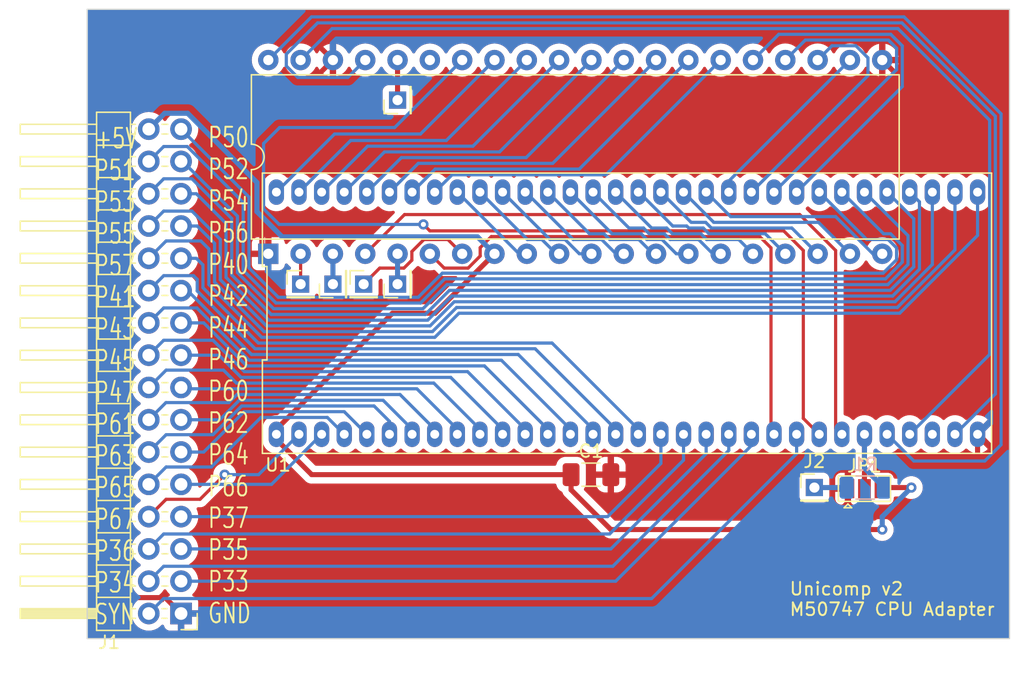
<source format=kicad_pcb>
(kicad_pcb (version 20240108) (generator "pcbnew") (generator_version "8.0")
  (layers (0 "F.Cu" signal) (31 "B.Cu" signal) (34 "B.Paste" user) (35 "F.Paste" user) (36 "B.SilkS" user "B.Silkscreen") (37 "F.SilkS" user "F.Silkscreen") (38 "B.Mask" user) (39 "F.Mask" user) (44 "Edge.Cuts" user))
  (net 0 "")
  (net 1 "+5V")
  (net 2 "GND")
  (net 3 "/P50")
  (net 4 "/P47")
  (net 5 "/P46")
  (net 6 "/~{NMI}")
  (net 7 "/~{IRQ1}")
  (net 8 "/~{RST}")
  (net 9 "/P45")
  (net 10 "/P44")
  (net 11 "/A15")
  (net 12 "/A14")
  (net 13 "/A13")
  (net 14 "/A12")
  (net 15 "/A11")
  (net 16 "/A10")
  (net 17 "/A9")
  (net 18 "/A8")
  (net 19 "/D7")
  (net 20 "/D6")
  (net 21 "/D5")
  (net 22 "/D4")
  (net 23 "/D3")
  (net 24 "/D2")
  (net 25 "/D1")
  (net 26 "/D0")
  (net 27 "/R{slash}~{W}")
  (net 28 "Net-(J6-Pin_1)")
  (net 29 "/A0")
  (net 30 "/A1")
  (net 31 "/A2")
  (net 32 "/A3")
  (net 33 "/A4")
  (net 34 "/A5")
  (net 35 "/A6")
  (net 36 "/A7")
  (net 37 "/PHI2")
  (net 38 "/CPUCLK")
  (net 39 "+5C")
  (net 40 "/P43")
  (net 41 "/P42")
  (net 42 "/P41")
  (net 43 "Net-(J3-Pin_1)")
  (net 44 "Net-(J4-Pin_1)")
  (net 45 "/~{HALT}")
  (net 46 "/BA")
  (net 47 "/P40")
  (net 48 "/P51")
  (net 49 "/P52")
  (net 50 "/P53")
  (net 51 "/P54")
  (net 52 "/P55")
  (net 53 "/P56")
  (net 54 "/P57")
  (net 55 "/P60")
  (net 56 "/P61")
  (net 57 "/P62")
  (net 58 "/P63")
  (net 59 "/P64")
  (net 60 "/P65")
  (net 61 "/P66")
  (net 62 "/P67")
  (net 63 "/SYNC")
  (net 65 "/P37")
  (net 66 "/P36")
  (net 67 "/P35")
  (net 68 "/P34")
  (net 69 "/P33")
  (net 70 "Net-(J2-Pin_1)")
  (net 71 "Net-(JP1-C)")
  (footprint "Capacitor_SMD:C_1206_3216Metric_Pad1.33x1.80mm_HandSolder" (layer "F.Cu") (at 199.0975 70.104)
    (property "Reference" "C1")
    (property "Value" "100n" (hide yes))
  )
  (footprint "Connector_PinHeader_2.00mm:PinHeader_1x01_P2.00mm_Vertical" (layer "F.Cu") (at 183.896 40.64 90)
    (property "Reference" "J4" (hide yes))
    (property "Value" ".")
  )
  (footprint "Package_DIP:DIP-40_W15.24mm" (layer "F.Cu") (at 173.736 52.7304 90)
    (property "Reference" "U3" (hide yes))
    (property "Value" "MC6802")
  )
  (footprint "Connector_PinHeader_2.54mm:PinHeader_2x16_P2.54mm_Horizontal" (layer "F.Cu") (at 166.878 81.026 180)
    (property "Reference" "J1")
    (property "Value" "Conn_02x16_Odd_Even")
  )
  (footprint "Connector_PinHeader_2.00mm:PinHeader_1x01_P2.00mm_Vertical" (layer "F.Cu") (at 181.229 55.118)
    (property "Reference" "J7" (hide yes))
    (property "Value" ".")
  )
  (footprint "Connector_PinHeader_2.00mm:PinHeader_1x01_P2.00mm_Vertical" (layer "F.Cu") (at 183.896 55.118 90)
    (property "Reference" "J6" (hide yes))
    (property "Value" ".")
  )
  (footprint "Jumper:SolderJumper-3_P1.3mm_Open_Pad1.0x1.5mm" (layer "F.Cu") (at 220.596523 71.206921)
    (property "Reference" "JP1")
    (property "Value" "Mode")
  )
  (footprint "my_own_conn:DIP-64_P1.778_W19.05" (layer "F.Cu") (at 201.93 57.404)
    (property "Reference" "U1")
    (property "Value" "M50747SDIP")
  )
  (footprint "Connector_PinHeader_2.00mm:PinHeader_1x01_P2.00mm_Vertical" (layer "F.Cu") (at 216.662 71.12)
    (property "Reference" "J2")
    (property "Value" ".")
  )
  (footprint "Connector_PinHeader_2.00mm:PinHeader_1x01_P2.00mm_Vertical" (layer "F.Cu") (at 176.276 55.118)
    (property "Reference" "J8" (hide yes))
    (property "Value" ".")
  )
  (footprint "Connector_PinHeader_2.00mm:PinHeader_1x01_P2.00mm_Vertical" (layer "F.Cu") (at 178.816 55.118 90)
    (property "Reference" "J3" (hide yes))
    (property "Value" ".")
  )
  (footprint "Resistor_SMD:R_1206_3216Metric" (layer "B.Cu") (at 220.6645 71.12 180)
    (property "Reference" "R1")
    (property "Value" "1k")
  )
  (gr_rect (start 159.5 33.5) (end 232 83) (stroke (width 0.1)) (fill none) (layer "Edge.Cuts"))
  (gr_text "+5V\nP51\nP53\nP55\nP57\nP41\nP43\nP45\nP47\nP61\nP63\nP65\nP67\nP36\nP34\nSYN" (at 160 82 0) (layer "F.SilkS") (effects (font (size 1.55 1.1)) (justify left bottom)))
  (gr_text "Unicomp v2\nM50747 CPU Adapter" (at 214.63 81.28 0) (layer "F.SilkS") (effects (font (size 1 1)) (justify left bottom)))
  (gr_text "P50\nP52\nP54\nP56\nP40\nP42\nP44\nP46\nP60\nP62\nP64\nP66\nP37\nP35\nP33\nGND\n" (at 168.91 81.915 0) (layer "F.SilkS") (effects (font (size 1.55 1.1)) (justify left bottom)))
  (segment (start 197.535 70.104) (end 177.146 70.104) (width 0.4) (layer "F.Cu") (net 1))
  (segment (start 183.496 57.404) (end 186.8424 57.404) (width 0.4) (layer "F.Cu") (net 1))
  (segment (start 197.535 71.297) (end 200.66 74.422) (width 0.4) (layer "F.Cu") (net 1))
  (segment (start 174.371 66.929) (end 174.371 66.529) (width 0.4) (layer "F.Cu") (net 1))
  (segment (start 174.371 66.529) (end 183.496 57.404) (width 0.4) (layer "F.Cu") (net 1))
  (segment (start 186.8424 57.404) (end 191.516 52.7304) (width 0.4) (layer "F.Cu") (net 1))
  (segment (start 224.282 71.12) (end 221.983444 71.12) (width 0.4) (layer "F.Cu") (net 1))
  (segment (start 174.371 67.329) (end 174.371 66.929) (width 0.4) (layer "F.Cu") (net 1))
  (segment (start 200.66 74.422) (end 221.996 74.422) (width 0.4) (layer "F.Cu") (net 1))
  (segment (start 197.535 70.104) (end 197.535 71.297) (width 0.4) (layer "F.Cu") (net 1))
  (segment (start 177.146 70.104) (end 174.371 67.329) (width 0.4) (layer "F.Cu") (net 1))
  (segment (start 221.983444 71.12) (end 221.896523 71.206921) (width 0.4) (layer "F.Cu") (net 1))
  (via (at 221.996 74.422) (size 0.8) (drill 0.4) (layers "F.Cu" "B.Cu") (net 1))
  (via (at 224.282 71.12) (size 0.8) (drill 0.4) (layers "F.Cu" "B.Cu") (net 1))
  (segment (start 190.1816 51.396) (end 191.516 52.7304) (width 0.4) (layer "B.Cu") (net 1))
  (segment (start 164.338 42.926) (end 165.588 41.676) (width 0.4) (layer "B.Cu") (net 1))
  (segment (start 167.395767 41.676) (end 172.839 47.119233) (width 0.4) (layer "B.Cu") (net 1))
  (segment (start 172.839 47.119233) (end 172.839 49.411746) (width 0.4) (layer "B.Cu") (net 1))
  (segment (start 172.839 49.411746) (end 174.823254 51.396) (width 0.4) (layer "B.Cu") (net 1))
  (segment (start 221.996 74.422) (end 221.996 73.406) (width 0.4) (layer "B.Cu") (net 1))
  (segment (start 221.996 73.406) (end 224.282 71.12) (width 0.4) (layer "B.Cu") (net 1))
  (segment (start 174.823254 51.396) (end 190.1816 51.396) (width 0.4) (layer "B.Cu") (net 1))
  (segment (start 165.588 41.676) (end 167.395767 41.676) (width 0.4) (layer "B.Cu") (net 1))
  (segment (start 200.66 71.882) (end 200.66 70.104) (width 0.4) (layer "F.Cu") (net 2))
  (segment (start 219.296523 71.206921) (end 219.296523 72.295477) (width 0.4) (layer "F.Cu") (net 2))
  (segment (start 219.296523 72.295477) (end 218.186 73.406) (width 0.4) (layer "F.Cu") (net 2))
  (segment (start 229.489 66.929) (end 229.997 66.421) (width 0.4) (layer "F.Cu") (net 2))
  (segment (start 226.568 73.406) (end 220.345602 73.406) (width 0.4) (layer "F.Cu") (net 2))
  (segment (start 229.489 70.485) (end 226.568 73.406) (width 0.4) (layer "F.Cu") (net 2))
  (segment (start 165.628 79.776) (end 166.878 81.026) (width 0.4) (layer "F.Cu") (net 2))
  (segment (start 202.184 73.406) (end 200.66 71.882) (width 0.4) (layer "F.Cu") (net 2))
  (segment (start 220.345602 73.406) (end 219.296523 72.356921) (width 0.4) (layer "F.Cu") (net 2))
  (segment (start 231.14 65.278) (end 231.14 46.6344) (width 0.4) (layer "F.Cu") (net 2))
  (segment (start 218.186 73.406) (end 202.184 73.406) (width 0.4) (layer "F.Cu") (net 2))
  (segment (start 160.528 42.799) (end 167.513 35.814) (width 0.4) (layer "F.Cu") (net 2))
  (segment (start 178.816 37.4904) (end 173.228 43.0784) (width 0.4) (layer "F.Cu") (net 2))
  (segment (start 229.489 66.929) (end 229.489 70.485) (width 0.4) (layer "F.Cu") (net 2))
  (segment (start 229.997 66.421) (end 229.997 66.457214) (width 0.4) (layer "F.Cu") (net 2))
  (segment (start 161.183 79.776) (end 165.628 79.776) (width 0.4) (layer "F.Cu") (net 2))
  (segment (start 173.228 52.0384) (end 173.136 52.1304) (width 0.4) (layer "F.Cu") (net 2))
  (segment (start 219.296523 72.356921) (end 219.296523 71.206921) (width 0.4) (layer "F.Cu") (net 2))
  (segment (start 231.14 46.6344) (end 221.996 37.4904) (width 0.4) (layer "F.Cu") (net 2))
  (segment (start 160.528 79.121) (end 161.183 79.776) (width 0.4) (layer "F.Cu") (net 2))
  (segment (start 167.513 35.814) (end 177.1396 35.814) (width 0.4) (layer "F.Cu") (net 2))
  (segment (start 160.528 79.121) (end 160.528 42.799) (width 0.4) (layer "F.Cu") (net 2))
  (segment (start 229.997 66.421) (end 231.14 65.278) (width 0.4) (layer "F.Cu") (net 2))
  (segment (start 173.228 43.0784) (end 173.228 52.0384) (width 0.4) (layer "F.Cu") (net 2))
  (segment (start 177.1396 35.814) (end 178.816 37.4904) (width 0.4) (layer "F.Cu") (net 2))
  (segment (start 220.7694 51.6054) (end 217.043 47.879) (width 0.25) (layer "B.Cu") (net 3))
  (segment (start 223.121 53.196391) (end 223.121 52.264409) (width 0.25) (layer "B.Cu") (net 3))
  (segment (start 185.520228 56.151) (end 187.417228 54.254) (width 0.25) (layer "B.Cu") (net 3))
  (segment (start 172.212 53.838228) (end 174.524772 56.151) (width 0.25) (layer "B.Cu") (net 3))
  (segment (start 166.878 42.926) (end 172.212 48.26) (width 0.25) (layer "B.Cu") (net 3))
  (segment (start 223.121 52.264409) (end 222.461991 51.6054) (width 0.25) (layer "B.Cu") (net 3))
  (segment (start 172.212 48.26) (end 172.212 53.838228) (width 0.25) (layer "B.Cu") (net 3))
  (segment (start 187.417228 54.254) (end 222.063391 54.254) (width 0.25) (layer "B.Cu") (net 3))
  (segment (start 222.461991 51.6054) (end 220.7694 51.6054) (width 0.25) (layer "B.Cu") (net 3))
  (segment (start 174.524772 56.151) (end 185.520228 56.151) (width 0.25) (layer "B.Cu") (net 3))
  (segment (start 222.063391 54.254) (end 223.121 53.196391) (width 0.25) (layer "B.Cu") (net 3))
  (segment (start 190.373 66.529) (end 190.373 66.929) (width 0.25) (layer "B.Cu") (net 4))
  (segment (start 165.703 61.881) (end 170.212 61.881) (width 0.25) (layer "B.Cu") (net 4))
  (segment (start 164.338 63.246) (end 165.703 61.881) (width 0.25) (layer "B.Cu") (net 4))
  (segment (start 171.232 62.901) (end 186.745 62.901) (width 0.25) (layer "B.Cu") (net 4))
  (segment (start 170.212 61.881) (end 171.232 62.901) (width 0.25) (layer "B.Cu") (net 4))
  (segment (start 186.745 62.901) (end 190.373 66.529) (width 0.25) (layer "B.Cu") (net 4))
  (segment (start 169.856624 60.706) (end 171.601624 62.451) (width 0.25) (layer "B.Cu") (net 5))
  (segment (start 171.601624 62.451) (end 188.073 62.451) (width 0.25) (layer "B.Cu") (net 5))
  (segment (start 188.073 62.451) (end 192.151 66.529) (width 0.25) (layer "B.Cu") (net 5))
  (segment (start 192.151 66.529) (end 192.151 66.929) (width 0.25) (layer "B.Cu") (net 5))
  (segment (start 166.878 60.706) (end 169.856624 60.706) (width 0.25) (layer "B.Cu") (net 5))
  (segment (start 212.363591 51.377) (end 213.251 52.264409) (width 0.25) (layer "F.Cu") (net 6))
  (segment (start 191.262 51.377) (end 212.363591 51.377) (width 0.25) (layer "F.Cu") (net 6))
  (segment (start 213.251 52.264409) (end 213.251 66.693) (width 0.25) (layer "F.Cu") (net 6))
  (segment (start 190.391 52.906391) (end 190.391 52.248) (width 0.25) (layer "F.Cu") (net 6))
  (segment (start 186.436 52.7304) (end 187.561 53.8554) (width 0.25) (layer "F.Cu") (net 6))
  (segment (start 213.251 66.693) (end 213.487 66.929) (width 0.25) (layer "F.Cu") (net 6))
  (segment (start 189.441991 53.8554) (end 190.391 52.906391) (width 0.25) (layer "F.Cu") (net 6))
  (segment (start 187.561 53.8554) (end 189.441991 53.8554) (width 0.25) (layer "F.Cu") (net 6))
  (segment (start 190.391 52.248) (end 191.262 51.377) (width 0.25) (layer "F.Cu") (net 6))
  (segment (start 218.331 66.439) (end 218.821 66.929) (width 0.25) (layer "F.Cu") (net 7))
  (segment (start 215.506 49.644) (end 218.331 52.469) (width 0.25) (layer "F.Cu") (net 7))
  (segment (start 181.356 52.7304) (end 184.4424 49.644) (width 0.25) (layer "F.Cu") (net 7))
  (segment (start 184.4424 49.644) (end 215.506 49.644) (width 0.25) (layer "F.Cu") (net 7))
  (segment (start 218.331 52.469) (end 218.331 66.439) (width 0.25) (layer "F.Cu") (net 7))
  (segment (start 231.336 41.723604) (end 231.336 67.750396) (width 0.25) (layer "B.Cu") (net 8))
  (segment (start 231.336 67.750396) (end 230.056396 69.03) (width 0.25) (layer "B.Cu") (net 8))
  (segment (start 177.1324 34.094) (end 223.706396 34.094) (width 0.25) (layer "B.Cu") (net 8))
  (segment (start 173.736 37.4904) (end 177.1324 34.094) (width 0.25) (layer "B.Cu") (net 8))
  (segment (start 230.056396 69.03) (end 224.478 69.03) (width 0.25) (layer "B.Cu") (net 8))
  (segment (start 224.478 69.03) (end 222.377 66.929) (width 0.25) (layer "B.Cu") (net 8))
  (segment (start 223.706396 34.094) (end 231.336 41.723604) (width 0.25) (layer "B.Cu") (net 8))
  (segment (start 193.929 66.529) (end 193.929 66.929) (width 0.25) (layer "B.Cu") (net 9))
  (segment (start 189.401 62.001) (end 193.929 66.529) (width 0.25) (layer "B.Cu") (net 9))
  (segment (start 169.387396 59.531) (end 171.857396 62.001) (width 0.25) (layer "B.Cu") (net 9))
  (segment (start 164.338 60.706) (end 165.513 59.531) (width 0.25) (layer "B.Cu") (net 9))
  (segment (start 165.513 59.531) (end 169.387396 59.531) (width 0.25) (layer "B.Cu") (net 9))
  (segment (start 171.857396 62.001) (end 189.401 62.001) (width 0.25) (layer "B.Cu") (net 9))
  (segment (start 168.658792 58.166) (end 172.043792 61.551) (width 0.25) (layer "B.Cu") (net 10))
  (segment (start 172.043792 61.551) (end 190.729 61.551) (width 0.25) (layer "B.Cu") (net 10))
  (segment (start 166.878 58.166) (end 168.658792 58.166) (width 0.25) (layer "B.Cu") (net 10))
  (segment (start 195.707 66.529) (end 195.707 66.929) (width 0.25) (layer "B.Cu") (net 10))
  (segment (start 190.729 61.551) (end 195.707 66.529) (width 0.25) (layer "B.Cu") (net 10))
  (segment (start 213.861 35.4654) (end 211.836 37.4904) (width 0.25) (layer "B.Cu") (net 11))
  (segment (start 222.6634 35.4654) (end 213.861 35.4654) (width 0.25) (layer "B.Cu") (net 11))
  (segment (start 215.265 47.879) (end 223.571 39.573) (width 0.25) (layer "B.Cu") (net 11))
  (segment (start 223.571 36.373) (end 222.6634 35.4654) (width 0.25) (layer "B.Cu") (net 11))
  (segment (start 223.571 39.573) (end 223.571 36.373) (width 0.25) (layer "B.Cu") (net 11))
  (segment (start 223.121 38.245) (end 223.121 36.559396) (width 0.25) (layer "B.Cu") (net 12))
  (segment (start 222.477004 35.9154) (end 215.951 35.9154) (width 0.25) (layer "B.Cu") (net 12))
  (segment (start 213.487 47.879) (end 223.121 38.245) (width 0.25) (layer "B.Cu") (net 12))
  (segment (start 223.121 36.559396) (end 222.477004 35.9154) (width 0.25) (layer "B.Cu") (net 12))
  (segment (start 215.951 35.9154) (end 214.376 37.4904) (width 0.25) (layer "B.Cu") (net 12))
  (segment (start 220.871 37.314409) (end 219.921991 36.3654) (width 0.25) (layer "B.Cu") (net 13))
  (segment (start 219.921991 36.3654) (end 218.041 36.3654) (width 0.25) (layer "B.Cu") (net 13))
  (segment (start 220.871 38.717) (end 220.871 37.314409) (width 0.25) (layer "B.Cu") (net 13))
  (segment (start 211.709 47.879) (end 220.871 38.717) (width 0.25) (layer "B.Cu") (net 13))
  (segment (start 218.041 36.3654) (end 216.916 37.4904) (width 0.25) (layer "B.Cu") (net 13))
  (segment (start 209.931 47.0154) (end 219.456 37.4904) (width 0.25) (layer "B.Cu") (net 14))
  (segment (start 209.931 47.879) (end 209.931 47.0154) (width 0.25) (layer "B.Cu") (net 14))
  (segment (start 210.0794 49.8054) (end 218.333004 49.8054) (width 0.25) (layer "B.Cu") (net 15))
  (segment (start 208.153 47.879) (end 210.0794 49.8054) (width 0.25) (layer "B.Cu") (net 15))
  (segment (start 218.333004 49.8054) (end 221.258004 52.7304) (width 0.25) (layer "B.Cu") (net 15))
  (segment (start 221.258004 52.7304) (end 221.996 52.7304) (width 0.25) (layer "B.Cu") (net 15))
  (segment (start 206.375 47.879) (end 208.7514 50.2554) (width 0.25) (layer "B.Cu") (net 16))
  (segment (start 208.7514 50.2554) (end 216.981 50.2554) (width 0.25) (layer "B.Cu") (net 16))
  (segment (start 216.981 50.2554) (end 219.456 52.7304) (width 0.25) (layer "B.Cu") (net 16))
  (segment (start 204.597 47.879) (end 206.9734 50.2554) (width 0.25) (layer "B.Cu") (net 17))
  (segment (start 208.115004 50.2554) (end 208.565004 50.7054) (width 0.25) (layer "B.Cu") (net 17))
  (segment (start 206.9734 50.2554) (end 208.115004 50.2554) (width 0.25) (layer "B.Cu") (net 17))
  (segment (start 214.891 50.7054) (end 216.916 52.7304) (width 0.25) (layer "B.Cu") (net 17))
  (segment (start 208.565004 50.7054) (end 214.891 50.7054) (width 0.25) (layer "B.Cu") (net 17))
  (segment (start 205.531779 50.546) (end 206.627604 50.546) (width 0.25) (layer "B.Cu") (net 18))
  (segment (start 207.928608 50.7054) (end 208.378608 51.1554) (width 0.25) (layer "B.Cu") (net 18))
  (segment (start 202.864779 47.879) (end 205.531779 50.546) (width 0.25) (layer "B.Cu") (net 18))
  (segment (start 206.787004 50.7054) (end 207.928608 50.7054) (width 0.25) (layer "B.Cu") (net 18))
  (segment (start 208.378608 51.1554) (end 212.801 51.1554) (width 0.25) (layer "B.Cu") (net 18))
  (segment (start 202.819 47.879) (end 202.864779 47.879) (width 0.25) (layer "B.Cu") (net 18))
  (segment (start 206.627604 50.546) (end 206.787004 50.7054) (width 0.25) (layer "B.Cu") (net 18))
  (segment (start 212.801 51.1554) (end 214.376 52.7304) (width 0.25) (layer "B.Cu") (net 18))
  (segment (start 188.181 46.515) (end 186.817 47.879) (width 0.25) (layer "B.Cu") (net 19))
  (segment (start 209.296 37.4904) (end 200.2714 46.515) (width 0.25) (layer "B.Cu") (net 19))
  (segment (start 200.2714 46.515) (end 188.181 46.515) (width 0.25) (layer "B.Cu") (net 19))
  (segment (start 198.1814 46.065) (end 186.853 46.065) (width 0.25) (layer "B.Cu") (net 20))
  (segment (start 206.756 37.4904) (end 198.1814 46.065) (width 0.25) (layer "B.Cu") (net 20))
  (segment (start 186.853 46.065) (end 185.039 47.879) (width 0.25) (layer "B.Cu") (net 20))
  (segment (start 196.0914 45.615) (end 185.525 45.615) (width 0.25) (layer "B.Cu") (net 21))
  (segment (start 204.216 37.4904) (end 196.0914 45.615) (width 0.25) (layer "B.Cu") (net 21))
  (segment (start 185.525 45.615) (end 183.261 47.879) (width 0.25) (layer "B.Cu") (net 21))
  (segment (start 201.676 37.4904) (end 194.0014 45.165) (width 0.25) (layer "B.Cu") (net 22))
  (segment (start 194.0014 45.165) (end 184.197 45.165) (width 0.25) (layer "B.Cu") (net 22))
  (segment (start 184.197 45.165) (end 181.483 47.879) (width 0.25) (layer "B.Cu") (net 22))
  (segment (start 199.136 37.4904) (end 191.9114 44.715) (width 0.25) (layer "B.Cu") (net 23))
  (segment (start 191.9114 44.715) (end 182.869 44.715) (width 0.25) (layer "B.Cu") (net 23))
  (segment (start 182.869 44.715) (end 179.705 47.879) (width 0.25) (layer "B.Cu") (net 23))
  (segment (start 181.541 44.265) (end 177.927 47.879) (width 0.25) (layer "B.Cu") (net 24))
  (segment (start 196.596 37.4904) (end 189.8214 44.265) (width 0.25) (layer "B.Cu") (net 24))
  (segment (start 189.8214 44.265) (end 181.541 44.265) (width 0.25) (layer "B.Cu") (net 24))
  (segment (start 187.7314 43.815) (end 180.213 43.815) (width 0.25) (layer "B.Cu") (net 25))
  (segment (start 180.213 43.815) (end 176.149 47.879) (width 0.25) (layer "B.Cu") (net 25))
  (segment (start 194.056 37.4904) (end 187.7314 43.815) (width 0.25) (layer "B.Cu") (net 25))
  (segment (start 191.516 37.4904) (end 185.6994 43.307) (width 0.25) (layer "B.Cu") (net 26))
  (segment (start 185.6994 43.307) (end 178.943 43.307) (width 0.25) (layer "B.Cu") (net 26))
  (segment (start 178.943 43.307) (end 174.371 47.879) (width 0.25) (layer "B.Cu") (net 26))
  (segment (start 217.043 66.929) (end 215.791 65.677) (width 0.25) (layer "F.Cu") (net 27))
  (segment (start 215.791 65.677) (end 215.791 52.469) (width 0.25) (layer "F.Cu") (net 27))
  (segment (start 214.249 50.927) (end 186.436 50.927) (width 0.25) (layer "F.Cu") (net 27))
  (segment (start 186.436 50.927) (end 185.928 50.419) (width 0.25) (layer "F.Cu") (net 27))
  (segment (start 215.791 52.469) (end 214.249 50.927) (width 0.25) (layer "F.Cu") (net 27))
  (via (at 185.928 50.419) (size 0.8) (drill 0.4) (layers "F.Cu" "B.Cu") (net 27))
  (segment (start 173.364 44.06) (end 174.625 42.799) (width 0.25) (layer "B.Cu") (net 27))
  (segment (start 185.928 50.419) (end 174.588716 50.419) (width 0.25) (layer "B.Cu") (net 27))
  (segment (start 174.588716 50.419) (end 173.364 49.194284) (width 0.25) (layer "B.Cu") (net 27))
  (segment (start 173.364 49.194284) (end 173.364 44.06) (width 0.25) (layer "B.Cu") (net 27))
  (segment (start 174.625 42.799) (end 183.6674 42.799) (width 0.25) (layer "B.Cu") (net 27))
  (segment (start 183.6674 42.799) (end 188.976 37.4904) (width 0.25) (layer "B.Cu") (net 27))
  (segment (start 183.896 55.118) (end 183.896 52.7304) (width 0.4) (layer "B.Cu") (net 28))
  (segment (start 188.595 47.879) (end 193.4464 52.7304) (width 0.25) (layer "B.Cu") (net 29))
  (segment (start 193.4464 52.7304) (end 194.056 52.7304) (width 0.25) (layer "B.Cu") (net 29))
  (segment (start 196.366004 52.7304) (end 196.596 52.7304) (width 0.25) (layer "B.Cu") (net 30))
  (segment (start 190.373 47.879) (end 194.0994 51.6054) (width 0.25) (layer "B.Cu") (net 30))
  (segment (start 195.241004 51.6054) (end 196.366004 52.7304) (width 0.25) (layer "B.Cu") (net 30))
  (segment (start 194.0994 51.6054) (end 195.241004 51.6054) (width 0.25) (layer "B.Cu") (net 30))
  (segment (start 197.061991 51.6054) (end 198.186991 52.7304) (width 0.25) (layer "B.Cu") (net 31))
  (segment (start 195.8774 51.6054) (end 197.061991 51.6054) (width 0.25) (layer "B.Cu") (net 31))
  (segment (start 198.186991 52.7304) (end 199.136 52.7304) (width 0.25) (layer "B.Cu") (net 31))
  (segment (start 192.151 47.879) (end 195.8774 51.6054) (width 0.25) (layer "B.Cu") (net 31))
  (segment (start 193.971987 47.879) (end 197.698387 51.6054) (width 0.25) (layer "B.Cu") (net 32))
  (segment (start 197.698387 51.6054) (end 199.938608 51.6054) (width 0.25) (layer "B.Cu") (net 32))
  (segment (start 193.929 47.879) (end 193.971987 47.879) (width 0.25) (layer "B.Cu") (net 32))
  (segment (start 199.938608 51.6054) (end 201.063608 52.7304) (width 0.25) (layer "B.Cu") (net 32))
  (segment (start 201.063608 52.7304) (end 201.676 52.7304) (width 0.25) (layer "B.Cu") (net 32))
  (segment (start 203.983212 52.7304) (end 204.216 52.7304) (width 0.25) (layer "B.Cu") (net 33))
  (segment (start 202.858212 51.6054) (end 203.983212 52.7304) (width 0.25) (layer "B.Cu") (net 33))
  (segment (start 200.125004 51.1554) (end 200.575004 51.6054) (width 0.25) (layer "B.Cu") (net 33))
  (segment (start 198.9834 51.1554) (end 200.125004 51.1554) (width 0.25) (layer "B.Cu") (net 33))
  (segment (start 200.575004 51.6054) (end 202.858212 51.6054) (width 0.25) (layer "B.Cu") (net 33))
  (segment (start 195.707 47.879) (end 198.9834 51.1554) (width 0.25) (layer "B.Cu") (net 33))
  (segment (start 203.494608 51.6054) (end 204.681991 51.6054) (width 0.25) (layer "B.Cu") (net 34))
  (segment (start 204.681991 51.6054) (end 205.806991 52.7304) (width 0.25) (layer "B.Cu") (net 34))
  (segment (start 203.044608 51.1554) (end 203.494608 51.6054) (width 0.25) (layer "B.Cu") (net 34))
  (segment (start 200.7614 51.1554) (end 203.044608 51.1554) (width 0.25) (layer "B.Cu") (net 34))
  (segment (start 205.806991 52.7304) (end 206.756 52.7304) (width 0.25) (layer "B.Cu") (net 34))
  (segment (start 197.485 47.879) (end 200.7614 51.1554) (width 0.25) (layer "B.Cu") (net 34))
  (segment (start 205.318387 51.6054) (end 207.555816 51.6054) (width 0.25) (layer "B.Cu") (net 35))
  (segment (start 199.263 47.879) (end 202.0894 50.7054) (width 0.25) (layer "B.Cu") (net 35))
  (segment (start 204.868387 51.1554) (end 205.318387 51.6054) (width 0.25) (layer "B.Cu") (net 35))
  (segment (start 203.681004 51.1554) (end 204.868387 51.1554) (width 0.25) (layer "B.Cu") (net 35))
  (segment (start 203.231004 50.7054) (end 203.681004 51.1554) (width 0.25) (layer "B.Cu") (net 35))
  (segment (start 208.680816 52.7304) (end 209.296 52.7304) (width 0.25) (layer "B.Cu") (net 35))
  (segment (start 207.555816 51.6054) (end 208.680816 52.7304) (width 0.25) (layer "B.Cu") (net 35))
  (segment (start 202.0894 50.7054) (end 203.231004 50.7054) (width 0.25) (layer "B.Cu") (net 35))
  (segment (start 203.8674 50.7054) (end 205.054783 50.7054) (width 0.25) (layer "B.Cu") (net 36))
  (segment (start 205.054783 50.7054) (end 205.504783 51.1554) (width 0.25) (layer "B.Cu") (net 36))
  (segment (start 201.041 47.879) (end 203.8674 50.7054) (width 0.25) (layer "B.Cu") (net 36))
  (segment (start 207.742212 51.1554) (end 208.192212 51.6054) (width 0.25) (layer "B.Cu") (net 36))
  (segment (start 208.192212 51.6054) (end 210.711 51.6054) (width 0.25) (layer "B.Cu") (net 36))
  (segment (start 205.504783 51.1554) (end 207.742212 51.1554) (width 0.25) (layer "B.Cu") (net 36))
  (segment (start 210.711 51.6054) (end 211.836 52.7304) (width 0.25) (layer "B.Cu") (net 36))
  (segment (start 223.5414 34.5654) (end 177.610009 34.5654) (width 0.25) (layer "B.Cu") (net 37))
  (segment (start 175.151 37.024409) (end 175.151 37.956391) (width 0.25) (layer "B.Cu") (net 37))
  (segment (start 230.886 41.91) (end 223.5414 34.5654) (width 0.25) (layer "B.Cu") (net 37))
  (segment (start 177.610009 34.5654) (end 175.151 37.024409) (width 0.25) (layer "B.Cu") (net 37))
  (segment (start 230.886 63.754) (end 230.886 41.91) (width 0.25) (layer "B.Cu") (net 37))
  (segment (start 176.056609 38.862) (end 179.9844 38.862) (width 0.25) (layer "B.Cu") (net 37))
  (segment (start 175.151 37.956391) (end 176.056609 38.862) (width 0.25) (layer "B.Cu") (net 37))
  (segment (start 179.9844 38.862) (end 181.356 37.4904) (width 0.25) (layer "B.Cu") (net 37))
  (segment (start 227.711 66.929) (end 230.886 63.754) (width 0.25) (layer "B.Cu") (net 37))
  (segment (start 178.751 35.0154) (end 223.2294 35.0154) (width 0.25) (layer "B.Cu") (net 38))
  (segment (start 230.436 42.222) (end 230.436 60.648) (width 0.25) (layer "B.Cu") (net 38))
  (segment (start 223.2294 35.0154) (end 230.436 42.222) (width 0.25) (layer "B.Cu") (net 38))
  (segment (start 230.436 60.648) (end 224.155 66.929) (width 0.25) (layer "B.Cu") (net 38))
  (segment (start 176.276 37.4904) (end 178.751 35.0154) (width 0.25) (layer "B.Cu") (net 38))
  (segment (start 192.057 61.101) (end 197.485 66.529) (width 0.25) (layer "B.Cu") (net 40))
  (segment (start 172.230188 61.101) (end 192.057 61.101) (width 0.25) (layer "B.Cu") (net 40))
  (segment (start 164.338 58.166) (end 165.513 56.991) (width 0.25) (layer "B.Cu") (net 40))
  (segment (start 168.120188 56.991) (end 172.230188 61.101) (width 0.25) (layer "B.Cu") (net 40))
  (segment (start 165.513 56.991) (end 168.120188 56.991) (width 0.25) (layer "B.Cu") (net 40))
  (segment (start 197.485 66.529) (end 197.485 66.929) (width 0.25) (layer "B.Cu") (net 40))
  (segment (start 193.385 60.651) (end 199.263 66.529) (width 0.25) (layer "B.Cu") (net 41))
  (segment (start 166.878 55.626) (end 167.391584 55.626) (width 0.25) (layer "B.Cu") (net 41))
  (segment (start 172.416584 60.651) (end 193.385 60.651) (width 0.25) (layer "B.Cu") (net 41))
  (segment (start 167.391584 55.626) (end 172.416584 60.651) (width 0.25) (layer "B.Cu") (net 41))
  (segment (start 199.263 66.529) (end 199.263 66.929) (width 0.25) (layer "B.Cu") (net 41))
  (segment (start 201.041 66.529) (end 201.041 66.929) (width 0.25) (layer "B.Cu") (net 42))
  (segment (start 165.513 54.451) (end 167.862 54.451) (width 0.25) (layer "B.Cu") (net 42))
  (segment (start 168.148 54.737) (end 168.148 55.651) (width 0.25) (layer "B.Cu") (net 42))
  (segment (start 167.862 54.451) (end 168.148 54.737) (width 0.25) (layer "B.Cu") (net 42))
  (segment (start 164.338 55.626) (end 165.513 54.451) (width 0.25) (layer "B.Cu") (net 42))
  (segment (start 194.713 60.201) (end 201.041 66.529) (width 0.25) (layer "B.Cu") (net 42))
  (segment (start 172.698 60.201) (end 194.713 60.201) (width 0.25) (layer "B.Cu") (net 42))
  (segment (start 168.148 55.651) (end 172.698 60.201) (width 0.25) (layer "B.Cu") (net 42))
  (segment (start 178.816 52.7304) (end 178.816 55.118) (width 0.4) (layer "B.Cu") (net 43))
  (segment (start 183.896 37.4904) (end 183.896 40.64) (width 0.4) (layer "F.Cu") (net 44))
  (segment (start 176.276 55.118) (end 176.276 52.7304) (width 0.25) (layer "F.Cu") (net 45))
  (segment (start 188.976 52.7304) (end 187.851 51.6054) (width 0.25) (layer "F.Cu") (net 46))
  (segment (start 185.021 53.231) (end 184.3966 53.8554) (width 0.25) (layer "F.Cu") (net 46))
  (segment (start 187.851 51.6054) (end 185.970009 51.6054) (width 0.25) (layer "F.Cu") (net 46))
  (segment (start 185.021 52.554409) (end 185.021 53.231) (width 0.25) (layer "F.Cu") (net 46))
  (segment (start 184.3966 53.8554) (end 182.4916 53.8554) (width 0.25) (layer "F.Cu") (net 46))
  (segment (start 185.970009 51.6054) (end 185.021 52.554409) (width 0.25) (layer "F.Cu") (net 46))
  (segment (start 182.4916 53.8554) (end 181.229 55.118) (width 0.25) (layer "F.Cu") (net 46))
  (segment (start 202.819 66.529) (end 196.041 59.751) (width 0.25) (layer "B.Cu") (net 47))
  (segment (start 168.598 53.603919) (end 168.080081 53.086) (width 0.25) (layer "B.Cu") (net 47))
  (segment (start 168.080081 53.086) (end 166.878 53.086) (width 0.25) (layer "B.Cu") (net 47))
  (segment (start 202.819 66.929) (end 202.819 66.529) (width 0.25) (layer "B.Cu") (net 47))
  (segment (start 172.952 59.751) (end 168.598 55.397) (width 0.25) (layer "B.Cu") (net 47))
  (segment (start 168.598 55.397) (end 168.598 53.603919) (width 0.25) (layer "B.Cu") (net 47))
  (segment (start 196.041 59.751) (end 172.952 59.751) (width 0.25) (layer "B.Cu") (net 47))
  (segment (start 167.364701 44.291) (end 171.762 48.688299) (width 0.25) (layer "B.Cu") (net 48))
  (segment (start 223.571 52.078013) (end 222.648387 51.1554) (width 0.25) (layer "B.Cu") (net 48))
  (segment (start 223.571 53.382787) (end 223.571 52.078013) (width 0.25) (layer "B.Cu") (net 48))
  (segment (start 165.513 44.291) (end 167.364701 44.291) (width 0.25) (layer "B.Cu") (net 48))
  (segment (start 171.762 48.688299) (end 171.762 54.024624) (width 0.25) (layer "B.Cu") (net 48))
  (segment (start 174.338376 56.601) (end 185.706624 56.601) (width 0.25) (layer "B.Cu") (net 48))
  (segment (start 171.762 54.024624) (end 174.338376 56.601) (width 0.25) (layer "B.Cu") (net 48))
  (segment (start 222.0974 51.1554) (end 218.821 47.879) (width 0.25) (layer "B.Cu") (net 48))
  (segment (start 185.706624 56.601) (end 187.603624 54.704) (width 0.25) (layer "B.Cu") (net 48))
  (segment (start 222.249787 54.704) (end 223.571 53.382787) (width 0.25) (layer "B.Cu") (net 48))
  (segment (start 222.648387 51.1554) (end 222.0974 51.1554) (width 0.25) (layer "B.Cu") (net 48))
  (segment (start 164.338 45.466) (end 165.513 44.291) (width 0.25) (layer "B.Cu") (net 48))
  (segment (start 187.603624 54.704) (end 222.249787 54.704) (width 0.25) (layer "B.Cu") (net 48))
  (segment (start 167.006396 45.466) (end 171.312 49.771604) (width 0.25) (layer "B.Cu") (net 49))
  (segment (start 174.15198 57.051) (end 185.89302 57.051) (width 0.25) (layer "B.Cu") (net 49))
  (segment (start 171.312 54.21102) (end 174.15198 57.051) (width 0.25) (layer "B.Cu") (net 49))
  (segment (start 222.436183 55.154) (end 224.021 53.569183) (width 0.25) (layer "B.Cu") (net 49))
  (segment (start 166.878 45.466) (end 167.006396 45.466) (width 0.25) (layer "B.Cu") (net 49))
  (segment (start 224.021 53.569183) (end 224.021 51.301) (width 0.25) (layer "B.Cu") (net 49))
  (segment (start 187.79002 55.154) (end 222.436183 55.154) (width 0.25) (layer "B.Cu") (net 49))
  (segment (start 185.89302 57.051) (end 187.79002 55.154) (width 0.25) (layer "B.Cu") (net 49))
  (segment (start 224.021 51.301) (end 220.599 47.879) (width 0.25) (layer "B.Cu") (net 49))
  (segment (start 171.312 49.771604) (end 171.312 54.21102) (width 0.25) (layer "B.Cu") (net 49))
  (segment (start 224.471 53.755579) (end 224.471 49.973) (width 0.25) (layer "B.Cu") (net 50))
  (segment (start 167.735 46.831) (end 170.862 49.958) (width 0.25) (layer "B.Cu") (net 50))
  (segment (start 164.338 48.006) (end 165.513 46.831) (width 0.25) (layer "B.Cu") (net 50))
  (segment (start 170.862 49.958) (end 170.862 54.397416) (width 0.25) (layer "B.Cu") (net 50))
  (segment (start 222.622579 55.604) (end 224.471 53.755579) (width 0.25) (layer "B.Cu") (net 50))
  (segment (start 186.079416 57.501) (end 187.976416 55.604) (width 0.25) (layer "B.Cu") (net 50))
  (segment (start 224.471 49.973) (end 222.377 47.879) (width 0.25) (layer "B.Cu") (net 50))
  (segment (start 165.513 46.831) (end 167.735 46.831) (width 0.25) (layer "B.Cu") (net 50))
  (segment (start 187.976416 55.604) (end 222.622579 55.604) (width 0.25) (layer "B.Cu") (net 50))
  (segment (start 170.862 54.397416) (end 173.965584 57.501) (width 0.25) (layer "B.Cu") (net 50))
  (segment (start 173.965584 57.501) (end 186.079416 57.501) (width 0.25) (layer "B.Cu") (net 50))
  (segment (start 173.779188 57.951) (end 186.265812 57.951) (width 0.25) (layer "B.Cu") (net 51))
  (segment (start 222.808975 56.054) (end 224.921 53.941975) (width 0.25) (layer "B.Cu") (net 51))
  (segment (start 166.878 48.006) (end 168.080081 48.006) (width 0.25) (layer "B.Cu") (net 51))
  (segment (start 188.162812 56.054) (end 222.808975 56.054) (width 0.25) (layer "B.Cu") (net 51))
  (segment (start 170.412 50.337919) (end 170.412 54.583812) (width 0.25) (layer "B.Cu") (net 51))
  (segment (start 170.412 54.583812) (end 173.779188 57.951) (width 0.25) (layer "B.Cu") (net 51))
  (segment (start 168.080081 48.006) (end 170.412 50.337919) (width 0.25) (layer "B.Cu") (net 51))
  (segment (start 224.921 53.941975) (end 224.921 48.645) (width 0.25) (layer "B.Cu") (net 51))
  (segment (start 186.265812 57.951) (end 188.162812 56.054) (width 0.25) (layer "B.Cu") (net 51))
  (segment (start 224.921 48.645) (end 224.155 47.879) (width 0.25) (layer "B.Cu") (net 51))
  (segment (start 169.962 51.596604) (end 169.962 54.770208) (width 0.25) (layer "B.Cu") (net 52))
  (segment (start 173.592792 58.401) (end 186.452208 58.401) (width 0.25) (layer "B.Cu") (net 52))
  (segment (start 188.349208 56.504) (end 222.995371 56.504) (width 0.25) (layer "B.Cu") (net 52))
  (segment (start 165.513 49.371) (end 167.736396 49.371) (width 0.25) (layer "B.Cu") (net 52))
  (segment (start 167.736396 49.371) (end 169.962 51.596604) (width 0.25) (layer "B.Cu") (net 52))
  (segment (start 225.933 53.566371) (end 225.933 47.879) (width 0.25) (layer "B.Cu") (net 52))
  (segment (start 222.995371 56.504) (end 225.933 53.566371) (width 0.25) (layer "B.Cu") (net 52))
  (segment (start 164.338 50.546) (end 165.513 49.371) (width 0.25) (layer "B.Cu") (net 52))
  (segment (start 186.452208 58.401) (end 188.349208 56.504) (width 0.25) (layer "B.Cu") (net 52))
  (segment (start 169.962 54.770208) (end 173.592792 58.401) (width 0.25) (layer "B.Cu") (net 52))
  (segment (start 227.711 52.424767) (end 227.711 47.879) (width 0.25) (layer "B.Cu") (net 53))
  (segment (start 169.512 54.956604) (end 173.406396 58.851) (width 0.25) (layer "B.Cu") (net 53))
  (segment (start 223.181767 56.954) (end 227.711 52.424767) (width 0.25) (layer "B.Cu") (net 53))
  (segment (start 188.535604 56.954) (end 223.181767 56.954) (width 0.25) (layer "B.Cu") (net 53))
  (segment (start 186.638604 58.851) (end 188.535604 56.954) (width 0.25) (layer "B.Cu") (net 53))
  (segment (start 169.512 51.91) (end 169.512 54.956604) (width 0.25) (layer "B.Cu") (net 53))
  (segment (start 173.406396 58.851) (end 186.638604 58.851) (width 0.25) (layer "B.Cu") (net 53))
  (segment (start 168.148 50.546) (end 169.512 51.91) (width 0.25) (layer "B.Cu") (net 53))
  (segment (start 166.878 50.546) (end 168.148 50.546) (width 0.25) (layer "B.Cu") (net 53))
  (segment (start 165.703 51.721) (end 168.434 51.721) (width 0.25) (layer "B.Cu") (net 54))
  (segment (start 164.338 53.086) (end 165.703 51.721) (width 0.25) (layer "B.Cu") (net 54))
  (segment (start 168.434 51.721) (end 169.062 52.349) (width 0.25) (layer "B.Cu") (net 54))
  (segment (start 188.722 57.404) (end 223.368163 57.404) (width 0.25) (layer "B.Cu") (net 54))
  (segment (start 169.062 52.349) (end 169.062 55.143) (width 0.25) (layer "B.Cu") (net 54))
  (segment (start 186.825 59.301) (end 188.722 57.404) (width 0.25) (layer "B.Cu") (net 54))
  (segment (start 169.062 55.143) (end 173.22 59.301) (width 0.25) (layer "B.Cu") (net 54))
  (segment (start 229.489 51.283163) (end 229.489 47.879) (width 0.25) (layer "B.Cu") (net 54))
  (segment (start 223.368163 57.404) (end 229.489 51.283163) (width 0.25) (layer "B.Cu") (net 54))
  (segment (start 173.22 59.301) (end 186.825 59.301) (width 0.25) (layer "B.Cu") (net 54))
  (segment (start 188.595 66.529) (end 188.595 66.929) (width 0.25) (layer "B.Cu") (net 55))
  (segment (start 166.983 63.351) (end 185.417 63.351) (width 0.25) (layer "B.Cu") (net 55))
  (segment (start 185.417 63.351) (end 188.595 66.529) (width 0.25) (layer "B.Cu") (net 55))
  (segment (start 166.878 63.246) (end 166.983 63.351) (width 0.25) (layer "B.Cu") (net 55))
  (segment (start 170.636812 64.436) (end 171.271812 63.801) (width 0.25) (layer "B.Cu") (net 56))
  (segment (start 186.817 66.529) (end 186.817 66.929) (width 0.25) (layer "B.Cu") (net 56))
  (segment (start 171.271812 63.801) (end 184.089 63.801) (width 0.25) (layer "B.Cu") (net 56))
  (segment (start 164.338 65.786) (end 165.688 64.436) (width 0.25) (layer "B.Cu") (net 56))
  (segment (start 184.089 63.801) (end 186.817 66.529) (width 0.25) (layer "B.Cu") (net 56))
  (segment (start 165.688 64.436) (end 170.636812 64.436) (width 0.25) (layer "B.Cu") (net 56))
  (segment (start 182.761 64.251) (end 185.039 66.529) (width 0.25) (layer "B.Cu") (net 57))
  (segment (start 171.458208 64.251) (end 182.761 64.251) (width 0.25) (layer "B.Cu") (net 57))
  (segment (start 166.878 65.786) (end 169.923208 65.786) (width 0.25) (layer "B.Cu") (net 57))
  (segment (start 169.923208 65.786) (end 171.458208 64.251) (width 0.25) (layer "B.Cu") (net 57))
  (segment (start 185.039 66.529) (end 185.039 66.929) (width 0.25) (layer "B.Cu") (net 57))
  (segment (start 165.703 66.961) (end 169.384604 66.961) (width 0.25) (layer "B.Cu") (net 58))
  (segment (start 182.049 64.701) (end 183.261 65.913) (width 0.25) (layer "B.Cu") (net 58))
  (segment (start 164.338 68.326) (end 165.703 66.961) (width 0.25) (layer "B.Cu") (net 58))
  (segment (start 169.384604 66.961) (end 171.644604 64.701) (width 0.25) (layer "B.Cu") (net 58))
  (segment (start 171.644604 64.701) (end 182.049 64.701) (width 0.25) (layer "B.Cu") (net 58))
  (segment (start 183.261 65.913) (end 183.261 66.929) (width 0.25) (layer "B.Cu") (net 58))
  (segment (start 171.831 65.151) (end 179.705 65.151) (width 0.25) (layer "B.Cu") (net 59))
  (segment (start 179.705 65.151) (end 181.483 66.929) (width 0.25) (layer "B.Cu") (net 59))
  (segment (start 168.656 68.326) (end 171.831 65.151) (width 0.25) (layer "B.Cu") (net 59))
  (segment (start 166.878 68.326) (end 168.656 68.326) (width 0.25) (layer "B.Cu") (net 59))
  (segment (start 178.38 65.604) (end 179.705 66.929) (width 0.25) (layer "B.Cu") (net 60))
  (segment (start 169.259 69.501) (end 173.156 65.604) (width 0.25) (layer "B.Cu") (net 60))
  (segment (start 173.156 65.604) (end 178.38 65.604) (width 0.25) (layer "B.Cu") (net 60))
  (segment (start 164.338 70.866) (end 165.703 69.501) (width 0.25) (layer "B.Cu") (net 60))
  (segment (start 165.703 69.501) (end 169.259 69.501) (width 0.25) (layer "B.Cu") (net 60))
  (segment (start 173.99 70.866) (end 177.927 66.929) (width 0.25) (layer "B.Cu") (net 61))
  (segment (start 166.878 70.866) (end 173.99 70.866) (width 0.25) (layer "B.Cu") (net 61))
  (segment (start 170.307 70.104) (end 168.37 72.041) (width 0.25) (layer "F.Cu") (net 62))
  (segment (start 168.37 72.041) (end 165.703 72.041) (width 0.25) (layer "F.Cu") (net 62))
  (segment (start 165.703 72.041) (end 164.338 73.406) (width 0.25) (layer "F.Cu") (net 62))
  (via (at 170.307 70.104) (size 0.8) (drill 0.4) (layers "F.Cu" "B.Cu") (net 62))
  (segment (start 172.974 70.104) (end 170.307 70.104) (width 0.25) (layer "B.Cu") (net 62))
  (segment (start 176.149 66.929) (end 172.974 70.104) (width 0.25) (layer "B.Cu") (net 62))
  (segment (start 215.265 68.453) (end 203.867 79.851) (width 0.25) (layer "B.Cu") (net 63))
  (segment (start 165.513 79.851) (end 164.338 81.026) (width 0.25) (layer "B.Cu") (net 63))
  (segment (start 203.867 79.851) (end 165.513 79.851) (width 0.25) (layer "B.Cu") (net 63))
  (segment (start 215.265 66.929) (end 215.265 68.453) (width 0.25) (layer "B.Cu") (net 63))
  (segment (start 204.597 69.215) (end 202.565 71.247) (width 0.25) (layer "B.Cu") (net 65))
  (segment (start 204.597 66.929) (end 204.597 69.215) (width 0.25) (layer "B.Cu") (net 65))
  (segment (start 200.406 73.406) (end 202.565 71.247) (width 0.25) (layer "B.Cu") (net 65))
  (segment (start 166.878 73.406) (end 200.406 73.406) (width 0.25) (layer "B.Cu") (net 65))
  (segment (start 164.338 75.946) (end 165.513 74.771) (width 0.25) (layer "B.Cu") (net 66))
  (segment (start 206.375 68.961) (end 206.375 66.929) (width 0.25) (layer "B.Cu") (net 66))
  (segment (start 200.565 74.771) (end 206.375 68.961) (width 0.25) (layer "B.Cu") (net 66))
  (segment (start 165.513 74.771) (end 200.565 74.771) (width 0.25) (layer "B.Cu") (net 66))
  (segment (start 208.153 68.453) (end 208.153 66.929) (width 0.25) (layer "B.Cu") (net 67))
  (segment (start 166.878 75.946) (end 200.66 75.946) (width 0.25) (layer "B.Cu") (net 67))
  (segment (start 200.66 75.946) (end 208.153 68.453) (width 0.25) (layer "B.Cu") (net 67))
  (segment (start 164.338 78.486) (end 165.513 77.311) (width 0.25) (layer "B.Cu") (net 68))
  (segment (start 165.513 77.311) (end 200.819 77.311) (width 0.25) (layer "B.Cu") (net 68))
  (segment (start 200.819 77.311) (end 209.931 68.199) (width 0.25) (layer "B.Cu") (net 68))
  (segment (start 209.931 68.199) (end 209.931 66.929) (width 0.25) (layer "B.Cu") (net 68))
  (segment (start 211.709 66.929) (end 211.709 67.818) (width 0.25) (layer "B.Cu") (net 69))
  (segment (start 211.709 67.818) (end 201.041 78.486) (width 0.25) (layer "B.Cu") (net 69))
  (segment (start 201.041 78.486) (end 166.878 78.486) (width 0.25) (layer "B.Cu") (net 69))
  (segment (start 219.202 71.12) (end 216.662 71.12) (width 0.4) (layer "B.Cu") (net 70))
  (segment (start 220.596523 71.206921) (end 220.596523 66.931477) (width 0.4) (layer "F.Cu") (net 71))
  (segment (start 220.596523 66.931477) (end 220.599 66.929) (width 0.4) (layer "F.Cu") (net 71))
  (segment (start 222.127 71.12) (end 220.599 69.592) (width 0.4) (layer "B.Cu") (net 71))
  (segment (start 220.599 69.592) (end 220.599 66.929) (width 0.4) (layer "B.Cu") (net 71))
  (zone (net 2) (net_name "GND") (layers "F&B.Cu") (connect_pads (clearance 0.5)) (min_thickness 0.25) (fill yes (thermal_gap 0.5) (thermal_bridge_width 0.5))
    (polygon (pts (xy 233.156 33.02) (xy 233.048 86.898) (xy 158 87.144) (xy 158.254 32.766)))
  )
)
</source>
